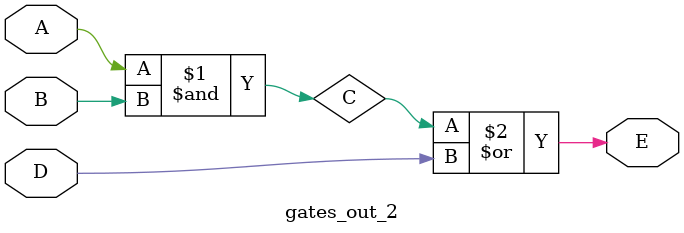
<source format=v>
module gates_out_2 (A, B, D, E);

  input A, B, D;
  output E;

  wire C;

  and(C, A, B);
  or(E, C, D);

endmodule

</source>
